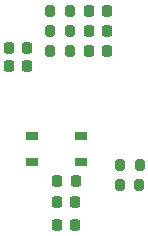
<source format=gtp>
G04 #@! TF.GenerationSoftware,KiCad,Pcbnew,8.0.1*
G04 #@! TF.CreationDate,2024-10-15T00:39:43+09:00*
G04 #@! TF.ProjectId,AltBoard2025,416c7442-6f61-4726-9432-3032352e6b69,rev?*
G04 #@! TF.SameCoordinates,Original*
G04 #@! TF.FileFunction,Paste,Top*
G04 #@! TF.FilePolarity,Positive*
%FSLAX46Y46*%
G04 Gerber Fmt 4.6, Leading zero omitted, Abs format (unit mm)*
G04 Created by KiCad (PCBNEW 8.0.1) date 2024-10-15 00:39:43*
%MOMM*%
%LPD*%
G01*
G04 APERTURE LIST*
G04 Aperture macros list*
%AMRoundRect*
0 Rectangle with rounded corners*
0 $1 Rounding radius*
0 $2 $3 $4 $5 $6 $7 $8 $9 X,Y pos of 4 corners*
0 Add a 4 corners polygon primitive as box body*
4,1,4,$2,$3,$4,$5,$6,$7,$8,$9,$2,$3,0*
0 Add four circle primitives for the rounded corners*
1,1,$1+$1,$2,$3*
1,1,$1+$1,$4,$5*
1,1,$1+$1,$6,$7*
1,1,$1+$1,$8,$9*
0 Add four rect primitives between the rounded corners*
20,1,$1+$1,$2,$3,$4,$5,0*
20,1,$1+$1,$4,$5,$6,$7,0*
20,1,$1+$1,$6,$7,$8,$9,0*
20,1,$1+$1,$8,$9,$2,$3,0*%
G04 Aperture macros list end*
%ADD10RoundRect,0.225000X0.225000X0.250000X-0.225000X0.250000X-0.225000X-0.250000X0.225000X-0.250000X0*%
%ADD11RoundRect,0.218750X-0.218750X-0.256250X0.218750X-0.256250X0.218750X0.256250X-0.218750X0.256250X0*%
%ADD12RoundRect,0.225000X-0.225000X-0.250000X0.225000X-0.250000X0.225000X0.250000X-0.225000X0.250000X0*%
%ADD13R,1.050000X0.650000*%
%ADD14RoundRect,0.200000X0.200000X0.275000X-0.200000X0.275000X-0.200000X-0.275000X0.200000X-0.275000X0*%
%ADD15RoundRect,0.200000X-0.200000X-0.275000X0.200000X-0.275000X0.200000X0.275000X-0.200000X0.275000X0*%
G04 APERTURE END LIST*
D10*
X133600000Y-30900000D03*
X132050000Y-30900000D03*
D11*
X138800000Y-27900000D03*
X140375000Y-27900000D03*
D12*
X136150000Y-40600000D03*
X137700000Y-40600000D03*
D13*
X138175000Y-38975000D03*
X134025000Y-38975000D03*
X138175000Y-36825000D03*
X134025000Y-36825000D03*
D10*
X137650000Y-44300000D03*
X136100000Y-44300000D03*
D11*
X138812500Y-26200000D03*
X140387500Y-26200000D03*
D12*
X132050000Y-29300000D03*
X133600000Y-29300000D03*
D14*
X137200000Y-29620000D03*
X135550000Y-29620000D03*
X135550000Y-26210000D03*
X137200000Y-26210000D03*
D15*
X141450000Y-40900000D03*
X143100000Y-40900000D03*
D11*
X138812500Y-29600000D03*
X140387500Y-29600000D03*
D14*
X137187500Y-27900000D03*
X135537500Y-27900000D03*
D15*
X141475000Y-39200000D03*
X143125000Y-39200000D03*
D12*
X136100000Y-42400000D03*
X137650000Y-42400000D03*
M02*

</source>
